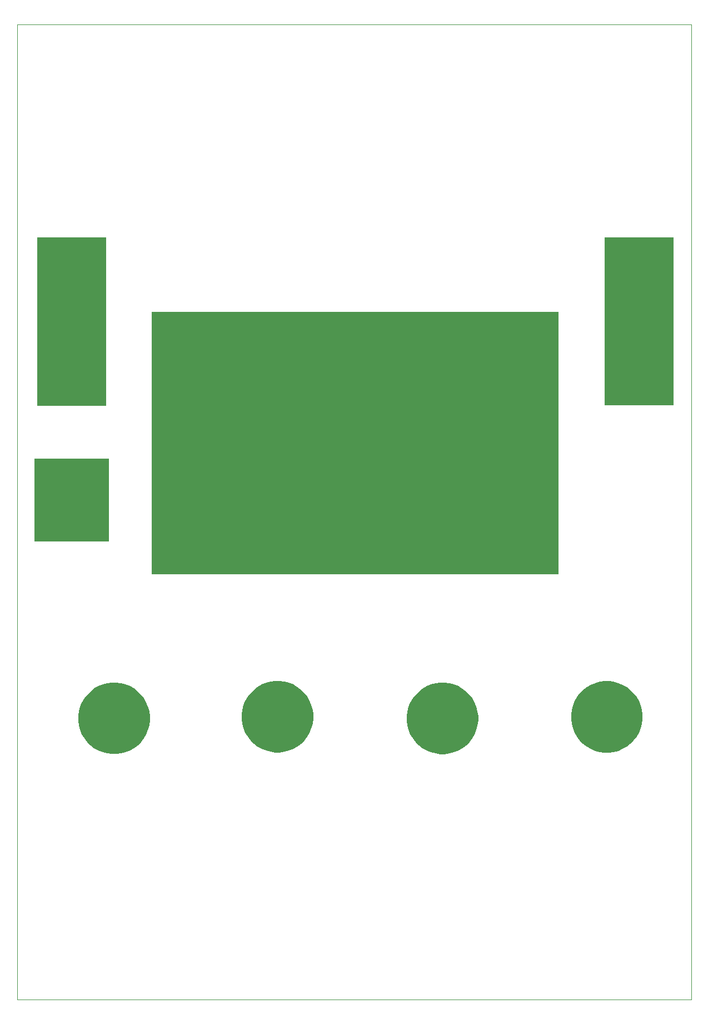
<source format=gbr>
G04*
G04 #@! TF.GenerationSoftware,Altium Limited,Altium Designer,24.1.2 (44)*
G04*
G04 Layer_Color=0*
%FSLAX25Y25*%
%MOIN*%
G70*
G04*
G04 #@! TF.SameCoordinates,A85318EA-E4D8-42E9-B0A6-CF3BD3DAF5E5*
G04*
G04*
G04 #@! TF.FilePolarity,Positive*
G04*
G01*
G75*
%ADD60C,0.00100*%
G36*
X857032Y481795D02*
X858438D01*
X861226Y482162D01*
X863943Y482890D01*
X866542Y483967D01*
X868978Y485373D01*
X871209Y487085D01*
X873198Y489074D01*
X874910Y491306D01*
X876317Y493742D01*
X877393Y496340D01*
X878121Y499057D01*
X878488Y501846D01*
Y503252D01*
Y504658D01*
X878121Y507447D01*
X877393Y510164D01*
X876317Y512762D01*
X874910Y515198D01*
X873198Y517430D01*
X871209Y519419D01*
X868978Y521131D01*
X866542Y522537D01*
X863943Y523614D01*
X861226Y524341D01*
X858438Y524709D01*
X857032D01*
X855625D01*
X852837Y524341D01*
X850120Y523614D01*
X847521Y522537D01*
X845085Y521131D01*
X842854Y519419D01*
X840865Y517430D01*
X839153Y515198D01*
X837746Y512762D01*
X836670Y510164D01*
X835942Y507447D01*
X835575Y504658D01*
Y503252D01*
Y501846D01*
X835942Y499057D01*
X836670Y496340D01*
X837746Y493742D01*
X839153Y491306D01*
X840865Y489074D01*
X842854Y487085D01*
X845085Y485373D01*
X847521Y483967D01*
X850120Y482890D01*
X852837Y482162D01*
X855625Y481795D01*
X857032D01*
D01*
D02*
G37*
G36*
X1054580Y481657D02*
X1055986D01*
X1058775Y482024D01*
X1061492Y482752D01*
X1064090Y483828D01*
X1066526Y485234D01*
X1068758Y486947D01*
X1070747Y488936D01*
X1072459Y491167D01*
X1073865Y493603D01*
X1074942Y496202D01*
X1075669Y498918D01*
X1076037Y501707D01*
Y503113D01*
Y504520D01*
X1075669Y507308D01*
X1074942Y510025D01*
X1073865Y512624D01*
X1072459Y515060D01*
X1070747Y517291D01*
X1068758Y519280D01*
X1066526Y520992D01*
X1064090Y522399D01*
X1061492Y523475D01*
X1058775Y524203D01*
X1055986Y524570D01*
X1054580D01*
X1053174D01*
X1050385Y524203D01*
X1047668Y523475D01*
X1045070Y522399D01*
X1042634Y520992D01*
X1040402Y519280D01*
X1038413Y517291D01*
X1036701Y515060D01*
X1035295Y512624D01*
X1034218Y510025D01*
X1033490Y507308D01*
X1033123Y504520D01*
Y503113D01*
Y501707D01*
X1033490Y498918D01*
X1034218Y496202D01*
X1035295Y493603D01*
X1036701Y491167D01*
X1038413Y488936D01*
X1040402Y486947D01*
X1042634Y485234D01*
X1045070Y483828D01*
X1047668Y482752D01*
X1050385Y482024D01*
X1053174Y481657D01*
X1054580D01*
D01*
D02*
G37*
G36*
X956016Y480811D02*
X957422D01*
X960211Y481178D01*
X962928Y481906D01*
X965526Y482982D01*
X967962Y484389D01*
X970193Y486101D01*
X972182Y488090D01*
X973895Y490321D01*
X975301Y492757D01*
X976377Y495356D01*
X977105Y498073D01*
X977472Y500861D01*
Y502268D01*
Y503674D01*
X977105Y506463D01*
X976377Y509179D01*
X975301Y511778D01*
X973895Y514214D01*
X972182Y516445D01*
X970193Y518434D01*
X967962Y520147D01*
X965526Y521553D01*
X962928Y522629D01*
X960211Y523357D01*
X957422Y523724D01*
X956016D01*
X954609D01*
X951821Y523357D01*
X949104Y522629D01*
X946505Y521553D01*
X944069Y520147D01*
X941838Y518434D01*
X939849Y516445D01*
X938137Y514214D01*
X936730Y511778D01*
X935654Y509179D01*
X934926Y506463D01*
X934559Y503674D01*
Y502268D01*
Y500861D01*
X934926Y498073D01*
X935654Y495356D01*
X936730Y492757D01*
X938137Y490321D01*
X939849Y488090D01*
X941838Y486101D01*
X944069Y484389D01*
X946505Y482982D01*
X949104Y481906D01*
X951821Y481178D01*
X954609Y480811D01*
X956016D01*
D01*
D02*
G37*
G36*
X759031Y480842D02*
X760438D01*
X763227Y481210D01*
X765943Y481938D01*
X768542Y483014D01*
X770978Y484420D01*
X773209Y486133D01*
X775198Y488122D01*
X776910Y490353D01*
X778317Y492789D01*
X779393Y495387D01*
X780121Y498104D01*
X780488Y500893D01*
Y502299D01*
Y503706D01*
X780121Y506494D01*
X779393Y509211D01*
X778317Y511810D01*
X776910Y514246D01*
X775198Y516477D01*
X773209Y518466D01*
X770978Y520178D01*
X768542Y521584D01*
X765943Y522661D01*
X763227Y523389D01*
X760438Y523756D01*
X759031D01*
X757625D01*
X754837Y523389D01*
X752120Y522661D01*
X749521Y521584D01*
X747085Y520178D01*
X744854Y518466D01*
X742865Y516477D01*
X741153Y514246D01*
X739746Y511810D01*
X738670Y509211D01*
X737942Y506494D01*
X737575Y503706D01*
Y502299D01*
Y500893D01*
X737942Y498104D01*
X738670Y495387D01*
X739746Y492789D01*
X741153Y490353D01*
X742865Y488122D01*
X744854Y486133D01*
X747085Y484420D01*
X749521Y483014D01*
X752120Y481938D01*
X754837Y481210D01*
X757625Y480842D01*
X759031D01*
D01*
D02*
G37*
G36*
X781496Y588583D02*
Y746063D01*
X1025591D01*
Y588583D01*
X781496D01*
D02*
G37*
G36*
X713044Y689722D02*
X754383D01*
Y790509D01*
X713044D01*
Y689722D01*
D02*
G37*
G36*
X1053150Y689961D02*
X1094488D01*
Y790748D01*
X1053150D01*
Y689961D01*
D02*
G37*
G36*
X711417Y608268D02*
Y657874D01*
X755905D01*
Y608268D01*
X711417D01*
D02*
G37*
D60*
X700787Y333661D02*
Y918307D01*
X1105315D01*
Y333661D01*
X700787D01*
M02*

</source>
